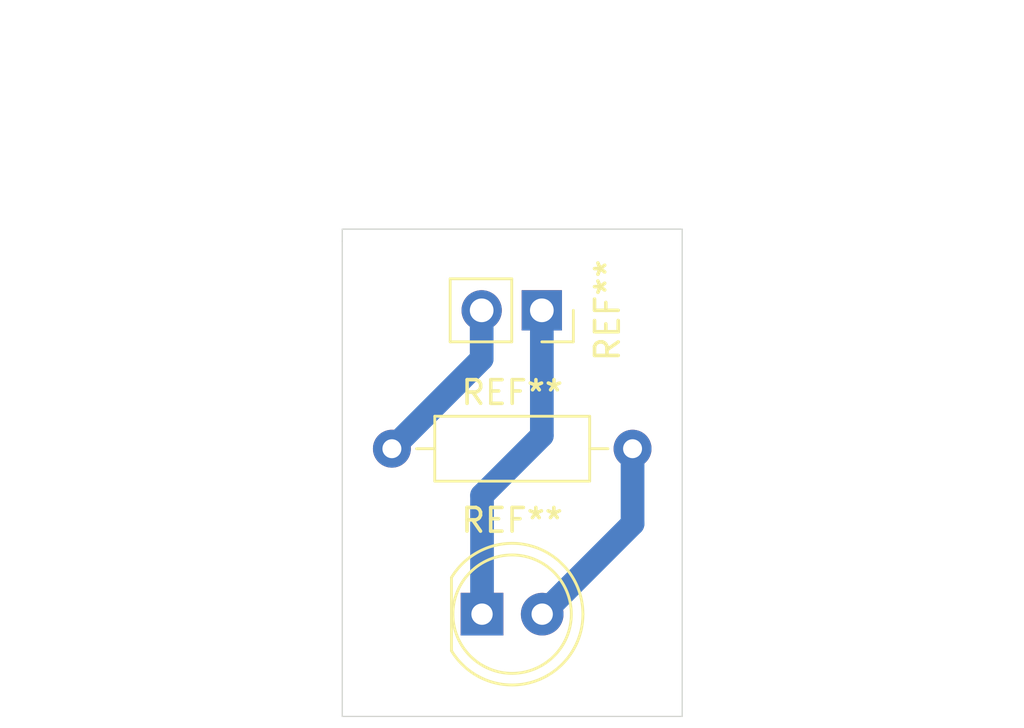
<source format=kicad_pcb>
(kicad_pcb (version 20211014) (generator pcbnew)
  (layers (0 "F.Cu" signal) (31 "B.Cu" signal) (34 "B.Paste" user) (35 "F.Paste" user) (36 "B.SilkS" user "B.Silkscreen") (37 "F.SilkS" user "F.Silkscreen") (38 "B.Mask" user) (39 "F.Mask" user) (44 "Edge.Cuts" user))
  (net 0 "")
  (footprint "Connector_PinSocket_2.54mm:PinSocket_1x02_P2.54mm_Vertical" (layer "F.Cu") (at 119.1695 74.168 -90)
    (fp_text reference "REF**" (at 0 -2.77 90) (layer "F.SilkS"))
    (fp_text value "PinSocket_1x02_P2.54mm_Vertical")
    (fp_line (start 0 -1.33) (end 1.33 -1.33) (layer "F.SilkS") (width 0.12))
    (fp_line (start 1.33 1.27) (end 1.33 3.87) (layer "F.SilkS") (width 0.12))
    (fp_line (start 1.33 -1.33) (end 1.33 0) (layer "F.SilkS") (width 0.12))
    (fp_line (start -1.33 3.87) (end 1.33 3.87) (layer "F.SilkS") (width 0.12))
    (fp_line (start -1.33 1.27) (end 1.33 1.27) (layer "F.SilkS") (width 0.12))
    (fp_line (start -1.33 1.27) (end -1.33 3.87) (layer "F.SilkS") (width 0.12))
    (pad "1" thru_hole rect (at 0 0 270) (size 1.7 1.7) (drill 1) (layers *.Cu *.Mask))
    (pad "2" thru_hole oval (at 0 2.54 270) (size 1.7 1.7) (drill 1) (layers *.Cu *.Mask))
  )
  (footprint "LED_THT:LED_D5.0mm_Clear" (layer "F.Cu") (at 116.6445 86.995)
    (fp_text reference "REF**" (at 1.27 -3.96) (layer "F.SilkS"))
    (fp_text value "LED_D5.0mm_Clear")
    (fp_line (start -1.29 -1.545) (end -1.29 1.545) (layer "F.SilkS") (width 0.12))
    (fp_arc (start 4.26 -0.000462) (mid 2.072002 2.880433) (end -1.29 1.54483) (layer "F.SilkS") (width 0.12))
    (fp_arc (start -1.29 -1.54483) (mid 2.072002 -2.880433) (end 4.26 0.000462) (layer "F.SilkS") (width 0.12))
    (fp_circle (center 1.27 0) (end 3.77 0) (layer "F.SilkS") (width 0.12) (fill none))
    (pad "1" thru_hole rect (at 0 0) (size 1.8 1.8) (drill 0.9) (layers *.Cu *.Mask))
    (pad "2" thru_hole circle (at 2.54 0) (size 1.8 1.8) (drill 0.9) (layers *.Cu *.Mask))
  )
  (footprint "Resistor_THT:R_Axial_DIN0207_L6.3mm_D2.5mm_P10.16mm_Horizontal" (layer "F.Cu") (at 112.8395 80.01)
    (fp_text reference "REF**" (at 5.08 -2.37) (layer "F.SilkS"))
    (fp_text value "R_Axial_DIN0207_L6.3mm_D2.5mm_P10.16mm_Horizontal")
    (fp_line (start 8.35 1.37) (end 8.35 -1.37) (layer "F.SilkS") (width 0.12))
    (fp_line (start 9.12 0) (end 8.35 0) (layer "F.SilkS") (width 0.12))
    (fp_line (start 1.81 1.37) (end 8.35 1.37) (layer "F.SilkS") (width 0.12))
    (fp_line (start 8.35 -1.37) (end 1.81 -1.37) (layer "F.SilkS") (width 0.12))
    (fp_line (start 1.81 -1.37) (end 1.81 1.37) (layer "F.SilkS") (width 0.12))
    (fp_line (start 1.04 0) (end 1.81 0) (layer "F.SilkS") (width 0.12))
    (pad "1" thru_hole circle (at 0 0) (size 1.6 1.6) (drill 0.8) (layers *.Cu *.Mask))
    (pad "2" thru_hole oval (at 10.16 0) (size 1.6 1.6) (drill 0.8) (layers *.Cu *.Mask))
  )
  (gr_line (start 125.095 91.313) (end 125.095 70.739) (layer "Edge.Cuts") (width 0.05))
  (gr_line (start 110.744 71.247) (end 110.744 91.313) (layer "Edge.Cuts") (width 0.05))
  (gr_line (start 110.744 91.313) (end 125.095 91.313) (layer "Edge.Cuts") (width 0.05))
  (gr_line (start 125.095 70.739) (end 110.744 70.739) (layer "Edge.Cuts") (width 0.05))
  (gr_line (start 110.744 70.739) (end 110.744 71.247) (layer "Edge.Cuts") (width 0.05))
  (segment (start 119.1695 79.4585) (end 119.1695 74.168) (width 1) (layer "B.Cu") (net 0))
  (segment (start 116.6445 81.9835) (end 119.1695 79.4585) (width 1) (layer "B.Cu") (net 0))
  (segment (start 122.9995 80.01) (end 122.9995 83.18) (width 1) (layer "B.Cu") (net 0))
  (segment (start 116.6295 74.168) (end 116.6295 76.22) (width 1) (layer "B.Cu") (net 0))
  (segment (start 116.6445 86.995) (end 116.6445 81.9835) (width 1) (layer "B.Cu") (net 0))
  (segment (start 116.6295 76.22) (end 112.8395 80.01) (width 1) (layer "B.Cu") (net 0))
  (segment (start 122.9995 83.18) (end 119.1845 86.995) (width 1) (layer "B.Cu") (net 0))
)
</source>
